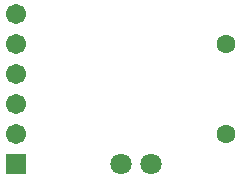
<source format=gbs>
G04*
G04 #@! TF.GenerationSoftware,Altium Limited,Altium Designer,18.1.7 (191)*
G04*
G04 Layer_Color=16711935*
%FSLAX25Y25*%
%MOIN*%
G70*
G01*
G75*
%ADD16C,0.07099*%
%ADD17C,0.06312*%
%ADD18R,0.06706X0.06706*%
%ADD19C,0.06706*%
D16*
X155000Y130000D02*
D03*
X145000D02*
D03*
D17*
X180000Y170000D02*
D03*
Y140000D02*
D03*
D18*
X110000Y130000D02*
D03*
D19*
Y140000D02*
D03*
Y150000D02*
D03*
Y160000D02*
D03*
Y170000D02*
D03*
Y180000D02*
D03*
M02*

</source>
